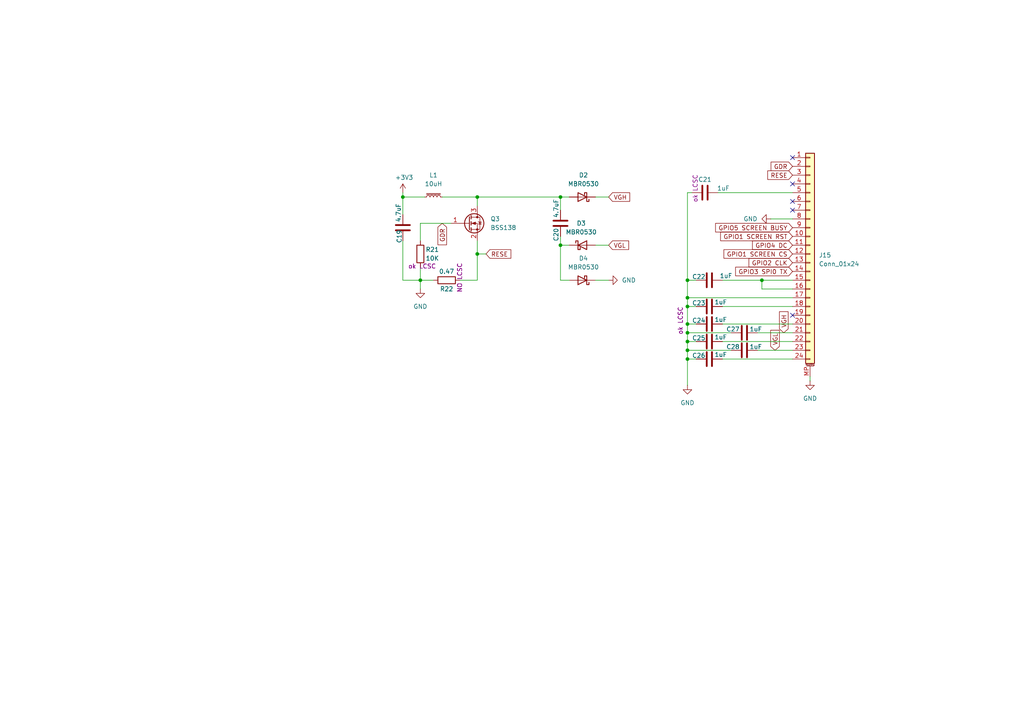
<source format=kicad_sch>
(kicad_sch (version 20250114) (generator "eeschema") (generator_version "9.0")
  (paper "A4")
  (lib_symbols
    (symbol "Connector_Generic_MountingPin:Conn_01x24_MountingPin" (pin_names (offset 1.016) (hide yes))
      (property "Reference" "J" (at 0 30.48 0))
      (property "Value" "Conn_01x24_MountingPin" (at 1.27 -33.02 0))
      (symbol "Conn_01x24_MountingPin_1_1"
        (rectangle (start -1.27 29.21) (end 1.27 -31.75) (stroke (width 0.254)) (fill (type background)))
        (rectangle (start -1.27 28.067) (end 0 27.813) (stroke (width 0.1524)))
        (rectangle (start -1.27 25.527) (end 0 25.273) (stroke (width 0.1524)))
        (rectangle (start -1.27 22.987) (end 0 22.733) (stroke (width 0.1524)))
        (rectangle (start -1.27 20.447) (end 0 20.193) (stroke (width 0.1524)))
        (rectangle (start -1.27 17.907) (end 0 17.653) (stroke (width 0.1524)))
        (rectangle (start -1.27 15.367) (end 0 15.113) (stroke (width 0.1524)))
        (rectangle (start -1.27 12.827) (end 0 12.573) (stroke (width 0.1524)))
        (rectangle (start -1.27 10.287) (end 0 10.033) (stroke (width 0.1524)))
        (rectangle (start -1.27 7.747) (end 0 7.493) (stroke (width 0.1524)))
        (rectangle (start -1.27 5.207) (end 0 4.953) (stroke (width 0.1524)))
        (rectangle (start -1.27 2.667) (end 0 2.413) (stroke (width 0.1524)))
        (rectangle (start -1.27 0.127) (end 0 -0.127) (stroke (width 0.1524)))
        (rectangle (start -1.27 -2.413) (end 0 -2.667) (stroke (width 0.1524)))
        (rectangle (start -1.27 -4.953) (end 0 -5.207) (stroke (width 0.1524)))
        (rectangle (start -1.27 -7.493) (end 0 -7.747) (stroke (width 0.1524)))
        (rectangle (start -1.27 -10.033) (end 0 -10.287) (stroke (width 0.1524)))
        (rectangle (start -1.27 -12.573) (end 0 -12.827) (stroke (width 0.1524)))
        (rectangle (start -1.27 -15.113) (end 0 -15.367) (stroke (width 0.1524)))
        (rectangle (start -1.27 -17.653) (end 0 -17.907) (stroke (width 0.1524)))
        (rectangle (start -1.27 -20.193) (end 0 -20.447) (stroke (width 0.1524)))
        (rectangle (start -1.27 -22.733) (end 0 -22.987) (stroke (width 0.1524)))
        (rectangle (start -1.27 -25.273) (end 0 -25.527) (stroke (width 0.1524)))
        (rectangle (start -1.27 -27.813) (end 0 -28.067) (stroke (width 0.1524)))
        (rectangle (start -1.27 -30.353) (end 0 -30.607) (stroke (width 0.1524)))
        (polyline (pts (xy -1.016 -32.512) (xy 1.016 -32.512)) (stroke (width 0.1524)))
        (text "Mounting" (at 0 -32.131 0) (effects (font (size 0.381 0.381))))
        (pin passive line (at -5.08 27.94 0) (length 3.81) (name "Pin_1") (number "1"))
        (pin passive line (at -5.08 25.4 0) (length 3.81) (name "Pin_2") (number "2"))
        (pin passive line (at -5.08 22.86 0) (length 3.81) (name "Pin_3") (number "3"))
        (pin passive line (at -5.08 20.32 0) (length 3.81) (name "Pin_4") (number "4"))
        (pin passive line (at -5.08 17.78 0) (length 3.81) (name "Pin_5") (number "5"))
        (pin passive line (at -5.08 15.24 0) (length 3.81) (name "Pin_6") (number "6"))
        (pin passive line (at -5.08 12.7 0) (length 3.81) (name "Pin_7") (number "7"))
        (pin passive line (at -5.08 10.16 0) (length 3.81) (name "Pin_8") (number "8"))
        (pin passive line (at -5.08 7.62 0) (length 3.81) (name "Pin_9") (number "9"))
        (pin passive line (at -5.08 5.08 0) (length 3.81) (name "Pin_10") (number "10"))
        (pin passive line (at -5.08 2.54 0) (length 3.81) (name "Pin_11") (number "11"))
        (pin passive line (at -5.08 0 0) (length 3.81) (name "Pin_12") (number "12"))
        (pin passive line (at -5.08 -2.54 0) (length 3.81) (name "Pin_13") (number "13"))
        (pin passive line (at -5.08 -5.08 0) (length 3.81) (name "Pin_14") (number "14"))
        (pin passive line (at -5.08 -7.62 0) (length 3.81) (name "Pin_15") (number "15"))
        (pin passive line (at -5.08 -10.16 0) (length 3.81) (name "Pin_16") (number "16"))
        (pin passive line (at -5.08 -12.7 0) (length 3.81) (name "Pin_17") (number "17"))
        (pin passive line (at -5.08 -15.24 0) (length 3.81) (name "Pin_18") (number "18"))
        (pin passive line (at -5.08 -17.78 0) (length 3.81) (name "Pin_19") (number "19"))
        (pin passive line (at -5.08 -20.32 0) (length 3.81) (name "Pin_20") (number "20"))
        (pin passive line (at -5.08 -22.86 0) (length 3.81) (name "Pin_21") (number "21"))
        (pin passive line (at -5.08 -25.4 0) (length 3.81) (name "Pin_22") (number "22"))
        (pin passive line (at -5.08 -27.94 0) (length 3.81) (name "Pin_23") (number "23"))
        (pin passive line (at -5.08 -30.48 0) (length 3.81) (name "Pin_24") (number "24"))
        (pin passive line (at 0 -35.56 90) (length 3.048) (name "MountPin") (number "MP"))
      )
    )
    (symbol "Device:C" (pin_numbers (hide yes)) (pin_names (offset 0.254))
      (property "Reference" "C" (at 0.635 2.54 0))
      (property "Value" "C" (at 0.635 -2.54 0))
      (symbol "C_0_1"
        (polyline (pts (xy -2.032 0.762) (xy 2.032 0.762)) (stroke (width 0.508)))
        (polyline (pts (xy -2.032 -0.762) (xy 2.032 -0.762)) (stroke (width 0.508)))
      )
      (symbol "C_1_1"
        (pin passive line (at 0 3.81 270) (length 2.794) (name "~") (number "1"))
        (pin passive line (at 0 -3.81 90) (length 2.794) (name "~") (number "2"))
      )
    )
    (symbol "Device:L_Iron_Small" (pin_numbers (hide yes)) (pin_names (offset 0.254) (hide yes))
      (property "Reference" "L" (at 1.27 1.016 0))
      (property "Value" "L_Iron_Small" (at 1.27 -1.27 0))
      (symbol "L_Iron_Small_0_1"
        (arc (start 0 2.032) (mid 0.5058 1.524) (end 0 1.016))
        (arc (start 0 1.016) (mid 0.5058 0.508) (end 0 0))
        (arc (start 0 0) (mid 0.5058 -0.508) (end 0 -1.016))
        (arc (start 0 -1.016) (mid 0.5058 -1.524) (end 0 -2.032))
        (polyline (pts (xy 0.762 2.032) (xy 0.762 -2.032)))
        (polyline (pts (xy 1.016 -2.032) (xy 1.016 2.032)))
      )
      (symbol "L_Iron_Small_1_1"
        (pin passive line (at 0 2.54 270) (length 0.508) (name "~") (number "1"))
        (pin passive line (at 0 -2.54 90) (length 0.508) (name "~") (number "2"))
      )
    )
    (symbol "Device:R" (pin_numbers (hide yes)) (pin_names (offset 0))
      (property "Reference" "R" (at 2.032 0 90))
      (property "Value" "R" (at 0 0 90))
      (symbol "R_0_1"
        (rectangle (start -1.016 -2.54) (end 1.016 2.54) (stroke (width 0.254)))
      )
      (symbol "R_1_1"
        (pin passive line (at 0 3.81 270) (length 1.27) (name "~") (number "1"))
        (pin passive line (at 0 -3.81 90) (length 1.27) (name "~") (number "2"))
      )
    )
    (symbol "Diode:MBR0530" (pin_numbers (hide yes)) (pin_names (offset 1.016) (hide yes))
      (property "Reference" "D" (at 0 2.54 0))
      (property "Value" "MBR0530" (at 0 -2.54 0))
      (symbol "MBR0530_0_1"
        (polyline (pts (xy -1.905 0.635) (xy -1.905 1.27) (xy -1.27 1.27) (xy -1.27 -1.27) (xy -0.635 -1.27) (xy -0.635 -0.635)) (stroke (width 0.254)))
        (polyline (pts (xy 1.27 1.27) (xy 1.27 -1.27) (xy -1.27 0) (xy 1.27 1.27)) (stroke (width 0.254)))
        (polyline (pts (xy 1.27 0) (xy -1.27 0)))
      )
      (symbol "MBR0530_1_1"
        (pin passive line (at -3.81 0 0) (length 2.54) (name "K") (number "1"))
        (pin passive line (at 3.81 0 180) (length 2.54) (name "A") (number "2"))
      )
    )
    (symbol "Transistor_FET:BSS138" (pin_names (hide yes))
      (property "Reference" "Q" (at 5.08 1.905 0))
      (property "Value" "BSS138" (at 5.08 0 0))
      (symbol "BSS138_0_1"
        (polyline (pts (xy 0.254 1.905) (xy 0.254 -1.905)) (stroke (width 0.254)))
        (polyline (pts (xy 0.254 0) (xy -2.54 0)))
        (polyline (pts (xy 0.762 2.286) (xy 0.762 1.27)) (stroke (width 0.254)))
        (polyline (pts (xy 0.762 0.508) (xy 0.762 -0.508)) (stroke (width 0.254)))
        (polyline (pts (xy 0.762 -1.27) (xy 0.762 -2.286)) (stroke (width 0.254)))
        (polyline (pts (xy 0.762 -1.778) (xy 3.302 -1.778) (xy 3.302 1.778) (xy 0.762 1.778)))
        (polyline (pts (xy 1.016 0) (xy 2.032 0.381) (xy 2.032 -0.381) (xy 1.016 0)) (fill (type outline)))
        (circle (center 1.651 0) (radius 2.794) (stroke (width 0.254)))
        (polyline (pts (xy 2.54 2.54) (xy 2.54 1.778)))
        (circle (center 2.54 1.778) (radius 0.254) (fill (type outline)))
        (circle (center 2.54 -1.778) (radius 0.254) (fill (type outline)))
        (polyline (pts (xy 2.54 -2.54) (xy 2.54 0) (xy 0.762 0)))
        (polyline (pts (xy 2.794 0.508) (xy 2.921 0.381) (xy 3.683 0.381) (xy 3.81 0.254)))
        (polyline (pts (xy 3.302 0.381) (xy 2.921 -0.254) (xy 3.683 -0.254) (xy 3.302 0.381)))
      )
      (symbol "BSS138_1_1"
        (pin input line (at -5.08 0 0) (length 2.54) (name "G") (number "1"))
        (pin passive line (at 2.54 5.08 270) (length 2.54) (name "D") (number "3"))
        (pin passive line (at 2.54 -5.08 90) (length 2.54) (name "S") (number "2"))
      )
    )
    (symbol "power:+3V3" (power) (pin_names (offset 0))
      (property "Value" "+3V3" (at 0 3.556 0))
      (symbol "+3V3_0_1"
        (polyline (pts (xy -0.762 1.27) (xy 0 2.54)))
        (polyline (pts (xy 0 2.54) (xy 0.762 1.27)))
        (polyline (pts (xy 0 0) (xy 0 2.54)))
      )
      (symbol "+3V3_1_1"
        (pin power_in line (at 0 0 90) (length 0) (hide yes) (name "+3V3") (number "1"))
      )
    )
    (symbol "power:GND" (power) (pin_numbers (hide yes)) (pin_names (offset 0) (hide yes))
      (property "Value" "GND" (at 0 -3.81 0))
      (symbol "GND_0_1"
        (polyline (pts (xy 0 0) (xy 0 -1.27) (xy 1.27 -1.27) (xy 0 -2.54) (xy -1.27 -1.27) (xy 0 -1.27)))
      )
      (symbol "GND_1_1"
        (pin power_in line (at 0 0 270) (length 0) (name "~") (number "1"))
      )
    )
  )
  (junction (at 220.98 81.28))
  (junction (at 121.92 81.28))
  (junction (at 199.39 86.36))
  (junction (at 138.43 73.66))
  (junction (at 138.43 57.15))
  (junction (at 199.39 101.6))
  (junction (at 199.39 99.06))
  (junction (at 199.39 93.98))
  (junction (at 162.56 57.15))
  (junction (at 162.56 71.12))
  (junction (at 199.39 96.52))
  (junction (at 116.84 57.15))
  (junction (at 199.39 104.14))
  (junction (at 199.39 88.9))
  (junction (at 199.39 81.28))
  (no_connect (at 229.87 91.44))
  (no_connect (at 229.87 60.96))
  (no_connect (at 229.87 58.42))
  (no_connect (at 229.87 45.72))
  (no_connect (at 229.87 53.34))
  (wire (pts (xy 199.39 101.6) (xy 212.09 101.6)))
  (wire (pts (xy 220.98 83.82) (xy 220.98 81.28)))
  (wire (pts (xy 162.56 57.15) (xy 165.1 57.15)))
  (wire (pts (xy 138.43 57.15) (xy 138.43 59.69)))
  (wire (pts (xy 219.71 101.6) (xy 229.87 101.6)))
  (wire (pts (xy 116.84 57.15) (xy 116.84 62.23)))
  (wire (pts (xy 172.72 81.28) (xy 176.53 81.28)))
  (wire (pts (xy 223.52 63.5) (xy 229.87 63.5)))
  (wire (pts (xy 116.84 57.15) (xy 123.19 57.15)))
  (wire (pts (xy 116.84 69.85) (xy 116.84 81.28)))
  (wire (pts (xy 199.39 104.14) (xy 199.39 111.76)))
  (wire (pts (xy 162.56 68.58) (xy 162.56 71.12)))
  (wire (pts (xy 229.87 83.82) (xy 220.98 83.82)))
  (wire (pts (xy 199.39 99.06) (xy 201.93 99.06)))
  (wire (pts (xy 199.39 96.52) (xy 212.09 96.52)))
  (wire (pts (xy 116.84 55.88) (xy 116.84 57.15)))
  (wire (pts (xy 133.35 81.28) (xy 138.43 81.28)))
  (wire (pts (xy 209.55 104.14) (xy 229.87 104.14)))
  (wire (pts (xy 138.43 73.66) (xy 140.97 73.66)))
  (wire (pts (xy 199.39 93.98) (xy 201.93 93.98)))
  (wire (pts (xy 121.92 77.47) (xy 121.92 81.28)))
  (wire (pts (xy 121.92 81.28) (xy 125.73 81.28)))
  (wire (pts (xy 209.55 99.06) (xy 229.87 99.06)))
  (wire (pts (xy 199.39 86.36) (xy 229.87 86.36)))
  (wire (pts (xy 201.93 81.28) (xy 199.39 81.28)))
  (wire (pts (xy 220.98 81.28) (xy 229.87 81.28)))
  (wire (pts (xy 199.39 101.6) (xy 199.39 104.14)))
  (wire (pts (xy 199.39 99.06) (xy 199.39 101.6)))
  (wire (pts (xy 199.39 96.52) (xy 199.39 99.06)))
  (wire (pts (xy 234.95 110.49) (xy 234.95 109.22)))
  (wire (pts (xy 209.55 81.28) (xy 220.98 81.28)))
  (wire (pts (xy 172.72 57.15) (xy 176.53 57.15)))
  (wire (pts (xy 121.92 83.82) (xy 121.92 81.28)))
  (wire (pts (xy 199.39 88.9) (xy 199.39 93.98)))
  (wire (pts (xy 162.56 71.12) (xy 165.1 71.12)))
  (wire (pts (xy 138.43 81.28) (xy 138.43 73.66)))
  (wire (pts (xy 162.56 71.12) (xy 162.56 81.28)))
  (wire (pts (xy 208.28 55.88) (xy 229.87 55.88)))
  (wire (pts (xy 199.39 88.9) (xy 201.93 88.9)))
  (wire (pts (xy 199.39 93.98) (xy 199.39 96.52)))
  (wire (pts (xy 121.92 69.85) (xy 121.92 64.77)))
  (wire (pts (xy 121.92 64.77) (xy 130.81 64.77)))
  (wire (pts (xy 172.72 71.12) (xy 176.53 71.12)))
  (wire (pts (xy 138.43 69.85) (xy 138.43 73.66)))
  (wire (pts (xy 128.27 57.15) (xy 138.43 57.15)))
  (wire (pts (xy 219.71 96.52) (xy 229.87 96.52)))
  (wire (pts (xy 199.39 81.28) (xy 199.39 86.36)))
  (wire (pts (xy 199.39 104.14) (xy 201.93 104.14)))
  (wire (pts (xy 138.43 57.15) (xy 162.56 57.15)))
  (wire (pts (xy 200.66 55.88) (xy 199.39 55.88)))
  (wire (pts (xy 209.55 93.98) (xy 229.87 93.98)))
  (wire (pts (xy 199.39 86.36) (xy 199.39 88.9)))
  (wire (pts (xy 116.84 81.28) (xy 121.92 81.28)))
  (wire (pts (xy 209.55 88.9) (xy 229.87 88.9)))
  (wire (pts (xy 162.56 81.28) (xy 165.1 81.28)))
  (wire (pts (xy 162.56 57.15) (xy 162.56 60.96)))
  (wire (pts (xy 199.39 55.88) (xy 199.39 81.28)))
  (global_label "VGL" (shape input) (at 176.53 71.12 0) (property "Intersheetrefs" "${INTERSHEET_REFS}" (effects (hide yes))))
  (global_label "RESE" (shape input) (at 229.87 50.8 180) (property "Intersheetrefs" "${INTERSHEET_REFS}" (effects (hide yes))))
  (global_label "VGH" (shape input) (at 227.33 96.52 90) (property "Intersheetrefs" "${INTERSHEET_REFS}" (effects (hide yes))))
  (global_label "GDR" (shape input) (at 229.87 48.26 180) (property "Intersheetrefs" "${INTERSHEET_REFS}" (effects (hide yes))))
  (global_label "GPIO4 DC" (shape input) (at 229.87 71.12 180) (property "Intersheetrefs" "${INTERSHEET_REFS}" (effects (hide yes))))
  (global_label "VGH" (shape input) (at 176.53 57.15 0) (property "Intersheetrefs" "${INTERSHEET_REFS}" (effects (hide yes))))
  (global_label "GDR" (shape input) (at 128.27 64.77 270) (property "Intersheetrefs" "${INTERSHEET_REFS}" (effects (hide yes))))
  (global_label "GPIO3 SPI0 TX" (shape input) (at 229.87 78.74 180) (property "Intersheetrefs" "${INTERSHEET_REFS}" (effects (hide yes))))
  (global_label "GPIO2 CLK" (shape input) (at 229.87 76.2 180) (property "Intersheetrefs" "${INTERSHEET_REFS}" (effects (hide yes))))
  (global_label "GPIO5 SCREEN BUSY" (shape input) (at 229.87 66.04 180) (property "Intersheetrefs" "${INTERSHEET_REFS}" (effects (hide yes))))
  (global_label "VGL" (shape input) (at 224.79 101.6 90) (property "Intersheetrefs" "${INTERSHEET_REFS}" (effects (hide yes))))
  (global_label "GPIO1 SCREEN RST" (shape input) (at 229.87 68.58 180) (property "Intersheetrefs" "${INTERSHEET_REFS}" (effects (hide yes))))
  (global_label "RESE" (shape input) (at 140.97 73.66 0) (property "Intersheetrefs" "${INTERSHEET_REFS}" (effects (hide yes))))
  (global_label "GPIO1 SCREEN CS" (shape input) (at 229.87 73.66 180) (property "Intersheetrefs" "${INTERSHEET_REFS}" (effects (hide yes))))
  (symbol (lib_id "Device:C") (at 205.74 81.28 270) (unit 1)
    (property "Reference" "C22" (at 202.692 80.264 90))
    (property "Value" "1uF" (at 210.566 80.01 90))
    (property "Footprint" "Capacitor_SMD:C_0603_1608Metric" (effects (hide yes)))
    (property "Description" "ok LCSC" (at 197.358 92.964 0))
    (property "LCSC" "C15849" (effects (hide yes)))
  )
  (symbol (lib_id "Device:L_Iron_Small") (at 125.73 57.15 90) (unit 1)
    (property "Reference" "L1" (at 125.73 50.8 90))
    (property "Value" "10uH" (at 125.73 53.34 90))
    (property "Footprint" "Inductor_SMD:L_TDK_NLV32_3.2x2.5mm" (effects (hide yes)))
    (property "Description" "Inductor with iron core, small symbol" (effects (hide yes)))
  )
  (symbol (lib_id "Device:C") (at 215.9 101.6 270) (unit 1)
    (property "Reference" "C28" (at 212.598 100.584 90))
    (property "Value" "1uF" (at 219.202 100.584 90))
    (property "Footprint" "Capacitor_SMD:C_0603_1608Metric" (effects (hide yes)))
    (property "Description" "Unpolarized capacitor" (effects (hide yes)))
    (property "LCSC" "C15849" (effects (hide yes)))
  )
  (symbol (lib_id "Device:C") (at 205.74 88.9 270) (unit 1)
    (property "Reference" "C23" (at 202.692 87.884 90))
    (property "Value" "1uF" (at 209.042 87.63 90))
    (property "Footprint" "Capacitor_SMD:C_0603_1608Metric" (effects (hide yes)))
    (property "Description" "Unpolarized capacitor" (effects (hide yes)))
    (property "LCSC" "C15849" (effects (hide yes)))
  )
  (symbol (lib_id "Device:C") (at 215.9 96.52 270) (unit 1)
    (property "Reference" "C27" (at 212.598 95.504 90))
    (property "Value" "1uF" (at 219.202 95.504 90))
    (property "Footprint" "Capacitor_SMD:C_0603_1608Metric" (effects (hide yes)))
    (property "Description" "Unpolarized capacitor" (effects (hide yes)))
    (property "LCSC" "C15849" (effects (hide yes)))
  )
  (symbol (lib_id "power:GND") (at 176.53 81.28 90) (unit 1)
    (property "Reference" "#PWR094" (effects (hide yes)))
    (property "Value" "GND" (at 180.34 81.2799 90) (effects (justify right)))
    (property "Description" "Power symbol creates a global label with name \"GND\" , ground" (effects (hide yes)))
  )
  (symbol (lib_id "Diode:MBR0530") (at 168.91 57.15 180) (unit 1)
    (property "Reference" "D2" (at 169.2275 50.8 0))
    (property "Value" "MBR0530" (at 169.2275 53.34 0))
    (property "Footprint" "Diode_SMD:D_SOD-123" (effects (hide yes)))
    (property "Datasheet" "http://www.mccsemi.com/up_pdf/MBR0520~MBR0580(SOD123).pdf" (effects (hide yes)))
    (property "Description" "30V 0.5A Schottky Power Rectifier Diode, SOD-123" (effects (hide yes)))
  )
  (symbol (lib_id "Device:C") (at 205.74 99.06 270) (unit 1)
    (property "Reference" "C25" (at 202.692 98.044 90))
    (property "Value" "1uF" (at 209.042 97.79 90))
    (property "Footprint" "Capacitor_SMD:C_0603_1608Metric" (effects (hide yes)))
    (property "Description" "Unpolarized capacitor" (effects (hide yes)))
    (property "LCSC" "C15849" (effects (hide yes)))
  )
  (symbol (lib_id "power:+3V3") (at 116.84 55.88 0) (unit 1)
    (property "Reference" "#PWR054" (effects (hide yes)))
    (property "Value" "+3V3" (at 117.221 51.4858 0))
  )
  (symbol (lib_id "power:GND") (at 223.52 63.5 270) (unit 1)
    (property "Reference" "#PWR083" (effects (hide yes)))
    (property "Value" "GND" (at 219.71 63.4999 90) (effects (justify right)))
    (property "Description" "Power symbol creates a global label with name \"GND\" , ground" (effects (hide yes)))
  )
  (symbol (lib_id "power:GND") (at 199.39 111.76 0) (unit 1)
    (property "Reference" "#PWR082" (effects (hide yes)))
    (property "Value" "GND" (at 199.39 116.84 0))
    (property "Description" "Power symbol creates a global label with name \"GND\" , ground" (effects (hide yes)))
  )
  (symbol (lib_id "Device:R") (at 121.92 73.66 0) (unit 1)
    (property "Reference" "R21" (at 123.444 72.39 0) (effects (justify left)))
    (property "Value" "10K" (at 123.444 74.93 0) (effects (justify left)))
    (property "Footprint" "Resistor_SMD:R_0402_1005Metric" (effects (hide yes)))
    (property "Description" "ok LCSC" (at 122.428 77.216 0))
    (property "LCSC" "C25744" (effects (hide yes)))
  )
  (symbol (lib_id "Device:C") (at 205.74 93.98 270) (unit 1)
    (property "Reference" "C24" (at 202.692 92.964 90))
    (property "Value" "1uF" (at 209.042 92.71 90))
    (property "Footprint" "Capacitor_SMD:C_0603_1608Metric" (effects (hide yes)))
    (property "Description" "Unpolarized capacitor" (effects (hide yes)))
    (property "LCSC" "C15849" (effects (hide yes)))
  )
  (symbol (lib_id "Diode:MBR0530") (at 168.91 81.28 180) (unit 1)
    (property "Reference" "D4" (at 169.2275 74.93 0))
    (property "Value" "MBR0530" (at 169.2275 77.47 0))
    (property "Footprint" "Diode_SMD:D_SOD-123" (effects (hide yes)))
    (property "Datasheet" "http://www.mccsemi.com/up_pdf/MBR0520~MBR0580(SOD123).pdf" (effects (hide yes)))
    (property "Description" "30V 0.5A Schottky Power Rectifier Diode, SOD-123" (effects (hide yes)))
  )
  (symbol (lib_id "Transistor_FET:BSS138") (at 135.89 64.77 0) (unit 1)
    (property "Reference" "Q3" (at 142.24 63.4999 0) (effects (justify left)))
    (property "Value" "BSS138" (at 142.24 66.0399 0) (effects (justify left)))
    (property "Footprint" "Package_TO_SOT_SMD:SOT-23-3" (effects (hide yes)))
    (property "Datasheet" "https://www.onsemi.com/pub/Collateral/BSS138-D.PDF" (effects (hide yes)))
    (property "Description" "50V Vds, 0.22A Id, N-Channel MOSFET, SOT-23" (effects (hide yes)))
  )
  (symbol (lib_id "Device:R") (at 129.54 81.28 90) (unit 1)
    (property "Reference" "R22" (at 129.54 83.82 90))
    (property "Value" "0.47" (at 129.54 78.74 90))
    (property "Footprint" "Resistor_SMD:R_0603_1608Metric" (effects (hide yes)))
    (property "Description" "NO LCSC" (at 133.35 80.518 0))
  )
  (symbol (lib_id "Diode:MBR0530") (at 168.91 71.12 0) (unit 1)
    (property "Reference" "D3" (at 168.5925 64.77 0))
    (property "Value" "MBR0530" (at 168.5925 67.31 0))
    (property "Footprint" "Diode_SMD:D_SOD-123" (effects (hide yes)))
    (property "Datasheet" "http://www.mccsemi.com/up_pdf/MBR0520~MBR0580(SOD123).pdf" (effects (hide yes)))
    (property "Description" "30V 0.5A Schottky Power Rectifier Diode, SOD-123" (effects (hide yes)))
  )
  (symbol (lib_id "Device:C") (at 204.47 55.88 270) (unit 1)
    (property "Reference" "C21" (at 204.47 52.07 90))
    (property "Value" "1uF" (at 209.804 54.61 90))
    (property "Footprint" "Capacitor_SMD:C_0603_1608Metric" (effects (hide yes)))
    (property "Description" "ok LCSC" (at 201.676 54.61 0))
    (property "LCSC" "C15849" (effects (hide yes)))
  )
  (symbol (lib_id "Device:C") (at 162.56 64.77 0) (unit 1)
    (property "Reference" "C20" (at 161.29 68.072 90))
    (property "Value" "4.7uF" (at 161.29 60.452 90))
    (property "Footprint" "Capacitor_SMD:C_0603_1608Metric" (effects (hide yes)))
    (property "Description" "Unpolarized capacitor" (effects (hide yes)))
  )
  (symbol (lib_id "power:GND") (at 121.92 83.82 0) (unit 1)
    (property "Reference" "#PWR090" (effects (hide yes)))
    (property "Value" "GND" (at 121.92 88.9 0))
    (property "Description" "Power symbol creates a global label with name \"GND\" , ground" (effects (hide yes)))
  )
  (symbol (lib_id "Device:C") (at 205.74 104.14 270) (unit 1)
    (property "Reference" "C26" (at 202.692 103.124 90))
    (property "Value" "1uF" (at 209.042 102.87 90))
    (property "Footprint" "Capacitor_SMD:C_0603_1608Metric" (effects (hide yes)))
    (property "Description" "Unpolarized capacitor" (effects (hide yes)))
    (property "LCSC" "C15849" (effects (hide yes)))
  )
  (symbol (lib_id "Device:C") (at 116.84 66.04 0) (unit 1)
    (property "Reference" "C19" (at 115.824 68.58 90))
    (property "Value" "4.7uF" (at 115.57 61.722 90))
    (property "Footprint" "Capacitor_SMD:C_0603_1608Metric" (effects (hide yes)))
    (property "Description" "Unpolarized capacitor" (effects (hide yes)))
  )
  (symbol (lib_id "Connector_Generic_MountingPin:Conn_01x24_MountingPin") (at 234.95 73.66 0) (unit 1)
    (property "Reference" "J15" (at 237.49 74.0155 0) (effects (justify left)))
    (property "Value" "Conn_01x24" (at 237.49 76.5555 0) (effects (justify left)))
    (property "Footprint" "Connector_FFC-FPC:Hirose_FH12-24S-0.5SH_1x24-1MP_P0.50mm_Horizontal" (effects (hide yes)))
    (property "Description" "Generic connectable mounting pin connector, single row, 01x24, script generated (kicad-library-utils/schlib/autogen/connector/)" (effects (hide yes)))
  )
  (symbol (lib_id "power:GND") (at 234.95 110.49 0) (unit 1)
    (property "Reference" "#PWR095" (effects (hide yes)))
    (property "Value" "GND" (at 234.95 115.57 0))
    (property "Description" "Power symbol creates a global label with name \"GND\" , ground" (effects (hide yes)))
  )
)
</source>
